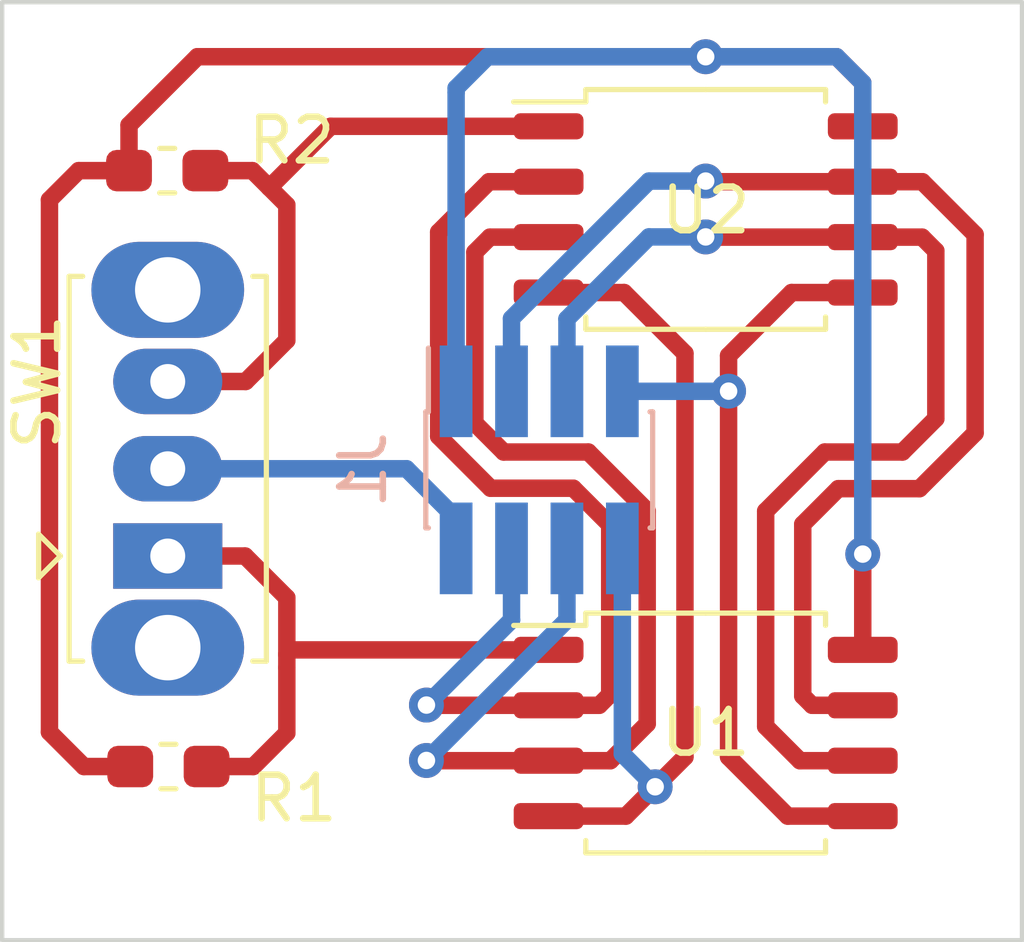
<source format=kicad_pcb>
(kicad_pcb (version 20211014) (generator pcbnew)
  (title_block (title "Dual_Bios_Switch_Board") (date "2021-06-29") (rev "v1"))
  (layers (0 "F.Cu" signal) (31 "B.Cu" signal) (34 "B.Paste" user) (35 "F.Paste" user) (36 "B.SilkS" user "B.Silkscreen") (37 "F.SilkS" user "F.Silkscreen") (38 "B.Mask" user) (39 "F.Mask" user) (44 "Edge.Cuts" user))
  (net 0 "")
  (net 1 "VCC")
  (net 2 "HOLD")
  (net 3 "CLK")
  (net 4 "DI")
  (net 5 "GND")
  (net 6 "WP")
  (net 7 "DO")
  (net 8 "CS1")
  (net 9 "CS2")
  (net 10 "CS")
  (footprint "Resistor_SMD:R_0603_1608Metric_Pad1.05x0.95mm_HandSolder" (layer "F.Cu") (at 191.68618 146.26844 180)
    (fp_text reference "R1" (at -2.87528 -0.73152) (layer "F.SilkS"))
    (fp_text value "10K")
    (fp_line (start -0.171267 0.51) (end 0.171267 0.51) (layer "F.SilkS") (width 0.12))
    (fp_line (start -0.171267 -0.51) (end 0.171267 -0.51) (layer "F.SilkS") (width 0.12))
    (pad "1" smd roundrect locked (at -0.875 0 180) (size 1.05 0.95) (layers "F.Cu" "F.Paste" "F.Mask") (net 8 "CS1"))
    (pad "2" smd roundrect locked (at 0.875 0 180) (size 1.05 0.95) (layers "F.Cu" "F.Paste" "F.Mask") (net 1 "VCC"))
  )
  (footprint "Resistor_SMD:R_0603_1608Metric_Pad1.05x0.95mm_HandSolder" (layer "F.Cu") (at 191.65824 132.61086 180)
    (fp_text reference "R2" (at -2.85242 0.69088) (layer "F.SilkS"))
    (fp_text value "10K")
    (fp_line (start -0.171267 0.51) (end 0.171267 0.51) (layer "F.SilkS") (width 0.12))
    (fp_line (start -0.171267 -0.51) (end 0.171267 -0.51) (layer "F.SilkS") (width 0.12))
    (pad "1" smd roundrect locked (at -0.875 0 180) (size 1.05 0.95) (layers "F.Cu" "F.Paste" "F.Mask") (net 9 "CS2"))
    (pad "2" smd roundrect locked (at 0.875 0 180) (size 1.05 0.95) (layers "F.Cu" "F.Paste" "F.Mask") (net 1 "VCC"))
  )
  (footprint "Button_Switch_THT:SW_Slide_1P2T_CK_OS102011MS2Q" (layer "F.Cu") (at 191.67094 141.44346 90)
    (fp_text reference "SW1" (at 3.99 -2.99 90) (layer "F.SilkS"))
    (fp_text value "SW_DPDT_x2" hide)
    (fp_line (start 6.41 -2.26) (end 6.41 -1.95) (layer "F.SilkS") (width 0.12))
    (fp_line (start 0.5 -2.96) (end -0.5 -2.96) (layer "F.SilkS") (width 0.12))
    (fp_line (start -0.5 -2.96) (end 0 -2.46) (layer "F.SilkS") (width 0.12))
    (fp_line (start -2.41 2.26) (end -2.41 1.95) (layer "F.SilkS") (width 0.12))
    (fp_line (start 0 -2.46) (end 0.5 -2.96) (layer "F.SilkS") (width 0.12))
    (fp_line (start 6.41 2.26) (end 6.41 1.95) (layer "F.SilkS") (width 0.12))
    (fp_line (start -2.41 -1.95) (end -2.41 -2.26) (layer "F.SilkS") (width 0.12))
    (fp_line (start 6.41 2.26) (end -2.41 2.26) (layer "F.SilkS") (width 0.12))
    (fp_line (start -2.41 -2.26) (end 6.41 -2.26) (layer "F.SilkS") (width 0.12))
    (pad "" thru_hole oval locked (at -2.1 0 90) (size 2.2 3.5) (drill 1.5) (layers *.Cu *.Mask))
    (pad "" thru_hole oval locked (at 6.1 0 90) (size 2.2 3.5) (drill 1.5) (layers *.Cu *.Mask))
    (pad "1" thru_hole rect locked (at 0 0 90) (size 1.5 2.5) (drill 0.8) (layers *.Cu *.Mask) (net 8 "CS1"))
    (pad "2" thru_hole oval locked (at 2 0 90) (size 1.5 2.5) (drill 0.8) (layers *.Cu *.Mask) (net 10 "CS"))
    (pad "3" thru_hole oval locked (at 4 0 90) (size 1.5 2.5) (drill 0.8) (layers *.Cu *.Mask) (net 9 "CS2"))
  )
  (footprint "Package_SO:SOIC-8_5.275x5.275mm_P1.27mm" (layer "F.Cu") (at 204 145.5)
    (fp_text reference "U1" (at 0 -0.00508) (layer "F.SilkS"))
    (fp_text value "SOIC-8" hide)
    (fp_line (start -2.7475 -2.7475) (end -2.7475 -2.465) (layer "F.SilkS") (width 0.12))
    (fp_line (start 0 2.7475) (end -2.7475 2.7475) (layer "F.SilkS") (width 0.12))
    (fp_line (start -2.7475 -2.465) (end -4.4 -2.465) (layer "F.SilkS") (width 0.12))
    (fp_line (start 0 -2.7475) (end -2.7475 -2.7475) (layer "F.SilkS") (width 0.12))
    (fp_line (start 0 2.7475) (end 2.7475 2.7475) (layer "F.SilkS") (width 0.12))
    (fp_line (start 2.7475 2.7475) (end 2.7475 2.465) (layer "F.SilkS") (width 0.12))
    (fp_line (start -2.7475 2.7475) (end -2.7475 2.465) (layer "F.SilkS") (width 0.12))
    (fp_line (start 0 -2.7475) (end 2.7475 -2.7475) (layer "F.SilkS") (width 0.12))
    (fp_line (start 2.7475 -2.7475) (end 2.7475 -2.465) (layer "F.SilkS") (width 0.12))
    (pad "1" smd roundrect locked (at -3.6 -1.905) (size 1.6 0.6) (layers "F.Cu" "F.Paste" "F.Mask") (net 8 "CS1"))
    (pad "2" smd roundrect locked (at -3.6 -0.635) (size 1.6 0.6) (layers "F.Cu" "F.Paste" "F.Mask") (net 7 "DO"))
    (pad "3" smd roundrect locked (at -3.6 0.635) (size 1.6 0.6) (layers "F.Cu" "F.Paste" "F.Mask") (net 6 "WP"))
    (pad "4" smd roundrect locked (at -3.6 1.905) (size 1.6 0.6) (layers "F.Cu" "F.Paste" "F.Mask") (net 5 "GND"))
    (pad "5" smd roundrect locked (at 3.6 1.905) (size 1.6 0.6) (layers "F.Cu" "F.Paste" "F.Mask") (net 4 "DI"))
    (pad "6" smd roundrect locked (at 3.6 0.635) (size 1.6 0.6) (layers "F.Cu" "F.Paste" "F.Mask") (net 3 "CLK"))
    (pad "7" smd roundrect locked (at 3.6 -0.635) (size 1.6 0.6) (layers "F.Cu" "F.Paste" "F.Mask") (net 2 "HOLD"))
    (pad "8" smd roundrect locked (at 3.6 -1.905) (size 1.6 0.6) (layers "F.Cu" "F.Paste" "F.Mask") (net 1 "VCC"))
  )
  (footprint "Package_SO:SOIC-8_5.275x5.275mm_P1.27mm" (layer "F.Cu") (at 204 133.5)
    (fp_text reference "U2" (at 0.00508 0.02032) (layer "F.SilkS"))
    (fp_text value "SOIC-8" hide)
    (fp_line (start 2.7475 -2.7475) (end 2.7475 -2.465) (layer "F.SilkS") (width 0.12))
    (fp_line (start -2.7475 -2.7475) (end -2.7475 -2.465) (layer "F.SilkS") (width 0.12))
    (fp_line (start 0 2.7475) (end 2.7475 2.7475) (layer "F.SilkS") (width 0.12))
    (fp_line (start 2.7475 2.7475) (end 2.7475 2.465) (layer "F.SilkS") (width 0.12))
    (fp_line (start -2.7475 -2.465) (end -4.4 -2.465) (layer "F.SilkS") (width 0.12))
    (fp_line (start -2.7475 2.7475) (end -2.7475 2.465) (layer "F.SilkS") (width 0.12))
    (fp_line (start 0 -2.7475) (end 2.7475 -2.7475) (layer "F.SilkS") (width 0.12))
    (fp_line (start 0 2.7475) (end -2.7475 2.7475) (layer "F.SilkS") (width 0.12))
    (fp_line (start 0 -2.7475) (end -2.7475 -2.7475) (layer "F.SilkS") (width 0.12))
    (pad "1" smd roundrect locked (at -3.6 -1.905) (size 1.6 0.6) (layers "F.Cu" "F.Paste" "F.Mask") (net 9 "CS2"))
    (pad "2" smd roundrect locked (at -3.6 -0.635) (size 1.6 0.6) (layers "F.Cu" "F.Paste" "F.Mask") (net 7 "DO"))
    (pad "3" smd roundrect locked (at -3.6 0.635) (size 1.6 0.6) (layers "F.Cu" "F.Paste" "F.Mask") (net 6 "WP"))
    (pad "4" smd roundrect locked (at -3.6 1.905) (size 1.6 0.6) (layers "F.Cu" "F.Paste" "F.Mask") (net 5 "GND"))
    (pad "5" smd roundrect locked (at 3.6 1.905) (size 1.6 0.6) (layers "F.Cu" "F.Paste" "F.Mask") (net 4 "DI"))
    (pad "6" smd roundrect locked (at 3.6 0.635) (size 1.6 0.6) (layers "F.Cu" "F.Paste" "F.Mask") (net 3 "CLK"))
    (pad "7" smd roundrect locked (at 3.6 -0.635) (size 1.6 0.6) (layers "F.Cu" "F.Paste" "F.Mask") (net 2 "HOLD"))
    (pad "8" smd roundrect locked (at 3.6 -1.905) (size 1.6 0.6) (layers "F.Cu" "F.Paste" "F.Mask") (net 1 "VCC"))
  )
  (footprint "Custom_Package_Library:PinSocket_2x04_P1.27mm_Vertical_SMD" (layer "B.Cu") (at 200.18502 139.46886 -90)
    (fp_text reference "J1" (at 0 4.04 -90) (layer "B.SilkS") (effects (justify mirror)))
    (fp_text value "Conn_02x04_Counter_Clockwise" hide)
    (fp_line (start -1.33 2.54) (end -2.79 2.54) (layer "B.SilkS") (width 0.12))
    (fp_line (start 1.33 2.6) (end 1.33 2.54) (layer "B.SilkS") (width 0.12))
    (fp_line (start 1.33 -2.6) (end -1.33 -2.6) (layer "B.SilkS") (width 0.12))
    (fp_line (start -1.33 2.6) (end -1.33 2.54) (layer "B.SilkS") (width 0.12))
    (fp_line (start 1.33 2.6) (end -1.33 2.6) (layer "B.SilkS") (width 0.12))
    (fp_line (start -1.33 -2.54) (end -1.33 -2.6) (layer "B.SilkS") (width 0.12))
    (fp_line (start 1.33 -2.54) (end 1.33 -2.6) (layer "B.SilkS") (width 0.12))
    (pad "1" smd rect locked (at -1.8 1.905 270) (size 2.1 0.75) (layers "B.Cu" "B.Paste" "B.Mask") (net 1 "VCC"))
    (pad "2" smd rect locked (at -1.8 0.635 270) (size 2.1 0.75) (layers "B.Cu" "B.Paste" "B.Mask") (net 2 "HOLD"))
    (pad "3" smd rect locked (at -1.8 -0.635 270) (size 2.1 0.75) (layers "B.Cu" "B.Paste" "B.Mask") (net 3 "CLK"))
    (pad "4" smd rect locked (at -1.8 -1.905 270) (size 2.1 0.75) (layers "B.Cu" "B.Paste" "B.Mask") (net 4 "DI"))
    (pad "5" smd rect locked (at 1.8 -1.905 270) (size 2.1 0.75) (layers "B.Cu" "B.Paste" "B.Mask") (net 5 "GND"))
    (pad "6" smd rect locked (at 1.8 -0.635 270) (size 2.1 0.75) (layers "B.Cu" "B.Paste" "B.Mask") (net 6 "WP"))
    (pad "7" smd rect locked (at 1.8 0.635 270) (size 2.1 0.75) (layers "B.Cu" "B.Paste" "B.Mask") (net 7 "DO"))
    (pad "8" smd rect locked (at 1.8 1.905 270) (size 2.1 0.75) (layers "B.Cu" "B.Paste" "B.Mask") (net 10 "CS"))
  )
  (gr_line (start 187.87618 150.25) (end 211.25 150.25) (layer "Edge.Cuts") (width 0.1))
  (gr_line (start 211.25 128.75) (end 211.25 150.25) (layer "Edge.Cuts") (width 0.1))
  (gr_line (start 187.87618 128.75) (end 187.87618 150.25) (layer "Edge.Cuts") (width 0.1))
  (gr_line (start 187.87618 128.75) (end 211.25 128.75) (layer "Edge.Cuts") (width 0.1))
  (segment (start 207 130) (end 207.6 130.6) (width 0.4) (layer "F.Cu") (net 1))
  (segment (start 207.6 143.595) (end 207.6 141.4) (width 0.4) (layer "F.Cu") (net 1))
  (segment (start 204 130) (end 192.35 130) (width 0.4) (layer "F.Cu") (net 1))
  (segment (start 188.96 145.48) (end 189.74844 146.26844) (width 0.4) (layer "F.Cu") (net 1))
  (segment (start 190.78324 132.61086) (end 190.78324 131.56676) (width 0.4) (layer "F.Cu") (net 1))
  (segment (start 190.78324 132.61086) (end 189.62914 132.61086) (width 0.4) (layer "F.Cu") (net 1))
  (segment (start 192.35 130) (end 190.78324 131.56676) (width 0.4) (layer "F.Cu") (net 1))
  (segment (start 188.96 133.28) (end 188.96 145.48) (width 0.4) (layer "F.Cu") (net 1))
  (segment (start 189.62914 132.61086) (end 188.96 133.28) (width 0.4) (layer "F.Cu") (net 1))
  (segment (start 207.6 130.6) (end 207.6 131.595) (width 0.4) (layer "F.Cu") (net 1))
  (segment (start 204 130) (end 207 130) (width 0.4) (layer "F.Cu") (net 1))
  (segment (start 189.74844 146.26844) (end 190.81118 146.26844) (width 0.4) (layer "F.Cu") (net 1))
  (via (at 207.6 141.4) (size 0.8) (drill 0.4) (layers "F.Cu" "B.Cu") (net 1))
  (via (at 204 130) (size 0.8) (drill 0.4) (layers "F.Cu" "B.Cu") (net 1))
  (segment (start 198.28002 130.81998) (end 198.28002 137.66886) (width 0.4) (layer "B.Cu") (net 1))
  (segment (start 204 130) (end 207 130) (width 0.4) (layer "B.Cu") (net 1))
  (segment (start 198.28002 130.71998) (end 199 130) (width 0.4) (layer "B.Cu") (net 1))
  (segment (start 199 130) (end 204 130) (width 0.4) (layer "B.Cu") (net 1))
  (segment (start 207.6 130.6) (end 207 130) (width 0.4) (layer "B.Cu") (net 1))
  (segment (start 198.28002 130.81998) (end 198.28002 130.71998) (width 0.4) (layer "B.Cu") (net 1))
  (segment (start 207.6 141.4) (end 207.6 130.6) (width 0.4) (layer "B.Cu") (net 1))
  (segment (start 207.6 132.865) (end 204.015 132.865) (width 0.4) (layer "F.Cu") (net 2))
  (segment (start 206.225 144.65) (end 206.44 144.865) (width 0.4) (layer "F.Cu") (net 2))
  (segment (start 208.9 139.9) (end 207.04 139.9) (width 0.4) (layer "F.Cu") (net 2))
  (segment (start 208.965 132.865) (end 210.175 134.075) (width 0.4) (layer "F.Cu") (net 2))
  (segment (start 206.225 140.715) (end 206.225 144.65) (width 0.4) (layer "F.Cu") (net 2))
  (segment (start 207.04 139.9) (end 206.225 140.715) (width 0.4) (layer "F.Cu") (net 2))
  (segment (start 210.175 138.625) (end 208.9 139.9) (width 0.4) (layer "F.Cu") (net 2))
  (segment (start 204.015 132.865) (end 204 132.85) (width 0.4) (layer "F.Cu") (net 2))
  (segment (start 206.44 144.865) (end 207.6 144.865) (width 0.4) (layer "F.Cu") (net 2))
  (segment (start 207.6 132.865) (end 208.965 132.865) (width 0.4) (layer "F.Cu") (net 2))
  (segment (start 210.175 134.075) (end 210.175 138.625) (width 0.4) (layer "F.Cu") (net 2))
  (via (at 204 132.85) (size 0.8) (drill 0.4) (layers "F.Cu" "B.Cu") (net 2))
  (segment (start 199.55 136) (end 202.7 132.85) (width 0.4) (layer "B.Cu") (net 2))
  (segment (start 199.55002 137.66886) (end 199.55 136) (width 0.4) (layer "B.Cu") (net 2))
  (segment (start 202.7 132.85) (end 204 132.85) (width 0.4) (layer "B.Cu") (net 2))
  (segment (start 207.6 146.135) (end 206.16 146.135) (width 0.4) (layer "F.Cu") (net 3))
  (segment (start 206.16 146.135) (end 205.375 145.35) (width 0.4) (layer "F.Cu") (net 3))
  (segment (start 205.375 140.415) (end 206.73 139.06) (width 0.4) (layer "F.Cu") (net 3))
  (segment (start 208.51 139.06) (end 209.275 138.295) (width 0.4) (layer "F.Cu") (net 3))
  (segment (start 206.73 139.06) (end 208.51 139.06) (width 0.4) (layer "F.Cu") (net 3))
  (segment (start 209.275 134.45) (end 208.96 134.135) (width 0.4) (layer "F.Cu") (net 3))
  (segment (start 209.275 138.295) (end 209.275 134.45) (width 0.4) (layer "F.Cu") (net 3))
  (segment (start 208.96 134.135) (end 207.6 134.135) (width 0.4) (layer "F.Cu") (net 3))
  (segment (start 207.6 134.135) (end 204.005 134.135) (width 0.4) (layer "F.Cu") (net 3))
  (segment (start 205.375 145.35) (end 205.375 140.415) (width 0.4) (layer "F.Cu") (net 3))
  (segment (start 204.005 134.135) (end 204 134.13) (width 0.4) (layer "F.Cu") (net 3))
  (via (at 204 134.13) (size 0.8) (drill 0.4) (layers "F.Cu" "B.Cu") (net 3))
  (segment (start 200.82002 136.00998) (end 202.7 134.13) (width 0.4) (layer "B.Cu") (net 3))
  (segment (start 200.82002 137.66886) (end 200.82002 136.00998) (width 0.4) (layer "B.Cu") (net 3))
  (segment (start 202.7 134.13) (end 204 134.13) (width 0.4) (layer "B.Cu") (net 3))
  (segment (start 205.97 135.405) (end 204.525 136.85) (width 0.4) (layer "F.Cu") (net 4))
  (segment (start 204.525 136.85) (end 204.525 137.665) (width 0.4) (layer "F.Cu") (net 4))
  (segment (start 205.88 147.405) (end 207.6 147.405) (width 0.4) (layer "F.Cu") (net 4))
  (segment (start 204.525 146.05) (end 205.88 147.405) (width 0.4) (layer "F.Cu") (net 4))
  (segment (start 204.525 137.665) (end 204.525 146.05) (width 0.4) (layer "F.Cu") (net 4))
  (segment (start 207.6 135.405) (end 205.97 135.405) (width 0.4) (layer "F.Cu") (net 4))
  (via (at 204.525 137.665) (size 0.8) (drill 0.4) (layers "F.Cu" "B.Cu") (net 4))
  (segment (start 204.52114 137.66886) (end 204.525 137.665) (width 0.4) (layer "B.Cu") (net 4))
  (segment (start 202.09002 137.66886) (end 204.52114 137.66886) (width 0.4) (layer "B.Cu") (net 4))
  (segment (start 202.13 135.405) (end 200.4 135.405) (width 0.4) (layer "F.Cu") (net 5))
  (segment (start 203.525 136.8) (end 202.13 135.405) (width 0.4) (layer "F.Cu") (net 5))
  (segment (start 203.525 146.05) (end 203.525 136.8) (width 0.4) (layer "F.Cu") (net 5))
  (segment (start 202.17 147.405) (end 202.8425 146.7325) (width 0.4) (layer "F.Cu") (net 5))
  (segment (start 200.4 147.405) (end 202.17 147.405) (width 0.4) (layer "F.Cu") (net 5))
  (segment (start 202.8425 146.7325) (end 203.525 146.05) (width 0.4) (layer "F.Cu") (net 5))
  (via (at 202.8425 146.7325) (size 0.8) (drill 0.4) (layers "F.Cu" "B.Cu") (net 5))
  (segment (start 202.09002 145.98002) (end 202.8425 146.7325) (width 0.4) (layer "B.Cu") (net 5))
  (segment (start 202.09002 141.26886) (end 202.09002 145.98002) (width 0.4) (layer "B.Cu") (net 5))
  (segment (start 198.71 134.48) (end 198.71 138.4) (width 0.4) (layer "F.Cu") (net 6))
  (segment (start 198.71 138.4) (end 199.37 139.06) (width 0.4) (layer "F.Cu") (net 6))
  (segment (start 200.4 146.135) (end 197.605 146.135) (width 0.4) (layer "F.Cu") (net 6))
  (segment (start 199.055 134.135) (end 198.71 134.48) (width 0.4) (layer "F.Cu") (net 6))
  (segment (start 197.605 146.135) (end 197.6 146.13) (width 0.4) (layer "F.Cu") (net 6))
  (segment (start 201.31 139.06) (end 202.66 140.41) (width 0.4) (layer "F.Cu") (net 6))
  (segment (start 200.4 134.135) (end 199.055 134.135) (width 0.4) (layer "F.Cu") (net 6))
  (segment (start 202.66 140.41) (end 202.66 145.29) (width 0.4) (layer "F.Cu") (net 6))
  (segment (start 202.66 145.29) (end 201.815 146.135) (width 0.4) (layer "F.Cu") (net 6))
  (segment (start 199.37 139.06) (end 201.31 139.06) (width 0.4) (layer "F.Cu") (net 6))
  (segment (start 201.815 146.135) (end 200.4 146.135) (width 0.4) (layer "F.Cu") (net 6))
  (via (at 197.6 146.13) (size 0.8) (drill 0.4) (layers "F.Cu" "B.Cu") (net 6))
  (segment (start 200.82002 141.26886) (end 200.82002 142.90998) (width 0.4) (layer "B.Cu") (net 6))
  (segment (start 200.82002 142.90998) (end 197.6 146.13) (width 0.4) (layer "B.Cu") (net 6))
  (segment (start 200.965 139.89) (end 201.8 140.725) (width 0.4) (layer "F.Cu") (net 7))
  (segment (start 197.605 144.865) (end 197.6 144.86) (width 0.4) (layer "F.Cu") (net 7))
  (segment (start 201.56 144.865) (end 200.4 144.865) (width 0.4) (layer "F.Cu") (net 7))
  (segment (start 200.4 144.865) (end 197.605 144.865) (width 0.4) (layer "F.Cu") (net 7))
  (segment (start 200.4 132.865) (end 199.035 132.865) (width 0.4) (layer "F.Cu") (net 7))
  (segment (start 201.8 140.725) (end 201.8 144.625) (width 0.4) (layer "F.Cu") (net 7))
  (segment (start 199.07 139.89) (end 200.965 139.89) (width 0.4) (layer "F.Cu") (net 7))
  (segment (start 197.88 138.7) (end 199.07 139.89) (width 0.4) (layer "F.Cu") (net 7))
  (segment (start 201.8 144.625) (end 201.56 144.865) (width 0.4) (layer "F.Cu") (net 7))
  (segment (start 197.88 134.02) (end 197.88 138.7) (width 0.4) (layer "F.Cu") (net 7))
  (segment (start 199.035 132.865) (end 197.88 134.02) (width 0.4) (layer "F.Cu") (net 7))
  (via (at 197.6 144.86) (size 0.8) (drill 0.4) (layers "F.Cu" "B.Cu") (net 7))
  (segment (start 199.55 142.91) (end 197.6 144.86) (width 0.4) (layer "B.Cu") (net 7))
  (segment (start 199.55002 142.90998) (end 199.55 142.91) (width 0.4) (layer "B.Cu") (net 7))
  (segment (start 199.55002 141.26886) (end 199.55002 142.90998) (width 0.4) (layer "B.Cu") (net 7))
  (segment (start 194.4 143.7) (end 194.4 142.4) (width 0.4) (layer "F.Cu") (net 8))
  (segment (start 194.505 143.595) (end 194.4 143.7) (width 0.4) (layer "F.Cu") (net 8))
  (segment (start 192.56118 146.26844) (end 193.63156 146.26844) (width 0.4) (layer "F.Cu") (net 8))
  (segment (start 193.63156 146.26844) (end 194.4 145.5) (width 0.4) (layer "F.Cu") (net 8))
  (segment (start 194.4 142.4) (end 193.44346 141.44346) (width 0.4) (layer "F.Cu") (net 8))
  (segment (start 194.4 145.5) (end 194.4 144) (width 0.4) (layer "F.Cu") (net 8))
  (segment (start 193.44346 141.44346) (end 191.67094 141.44346) (width 0.4) (layer "F.Cu") (net 8))
  (segment (start 194.4 144) (end 194.4 143.7) (width 0.4) (layer "F.Cu") (net 8))
  (segment (start 200.4 143.595) (end 194.505 143.595) (width 0.4) (layer "F.Cu") (net 8))
  (segment (start 192.53324 132.61086) (end 193.61086 132.61086) (width 0.4) (layer "F.Cu") (net 9))
  (segment (start 194.4 136.5) (end 194.4 133.4) (width 0.4) (layer "F.Cu") (net 9))
  (segment (start 193.45654 137.44346) (end 194.4 136.5) (width 0.4) (layer "F.Cu") (net 9))
  (segment (start 194.4 133.4) (end 194 133) (width 0.4) (layer "F.Cu") (net 9))
  (segment (start 195.405 131.595) (end 194 133) (width 0.4) (layer "F.Cu") (net 9))
  (segment (start 193.61086 132.61086) (end 194 133) (width 0.4) (layer "F.Cu") (net 9))
  (segment (start 200.4 131.595) (end 195.405 131.595) (width 0.4) (layer "F.Cu") (net 9))
  (segment (start 191.67094 137.44346) (end 193.45654 137.44346) (width 0.4) (layer "F.Cu") (net 9))
  (segment (start 191.67094 139.44346) (end 197.14346 139.44346) (width 0.4) (layer "B.Cu") (net 10))
  (segment (start 198.28002 140.58002) (end 198.28002 141.26886) (width 0.4) (layer "B.Cu") (net 10))
  (segment (start 197.14346 139.44346) (end 198.28002 140.58002) (width 0.4) (layer "B.Cu") (net 10))
)
</source>
